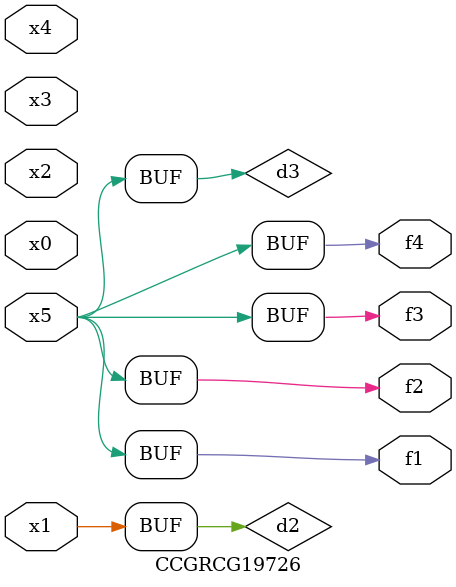
<source format=v>
module CCGRCG19726(
	input x0, x1, x2, x3, x4, x5,
	output f1, f2, f3, f4
);

	wire d1, d2, d3;

	not (d1, x5);
	or (d2, x1);
	xnor (d3, d1);
	assign f1 = d3;
	assign f2 = d3;
	assign f3 = d3;
	assign f4 = d3;
endmodule

</source>
